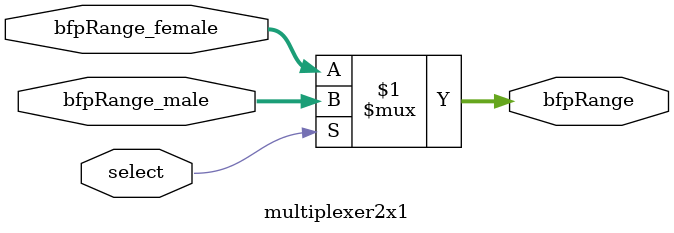
<source format=v>
`timescale 1ns / 1ps
module multiplexer2x1(
	input [7:0] bfpRange_female,
	input [7:0] bfpRange_male,
	input select, 
	output [7:0]bfpRange
    );

assign bfpRange = select ? bfpRange_male: bfpRange_female;


endmodule

</source>
